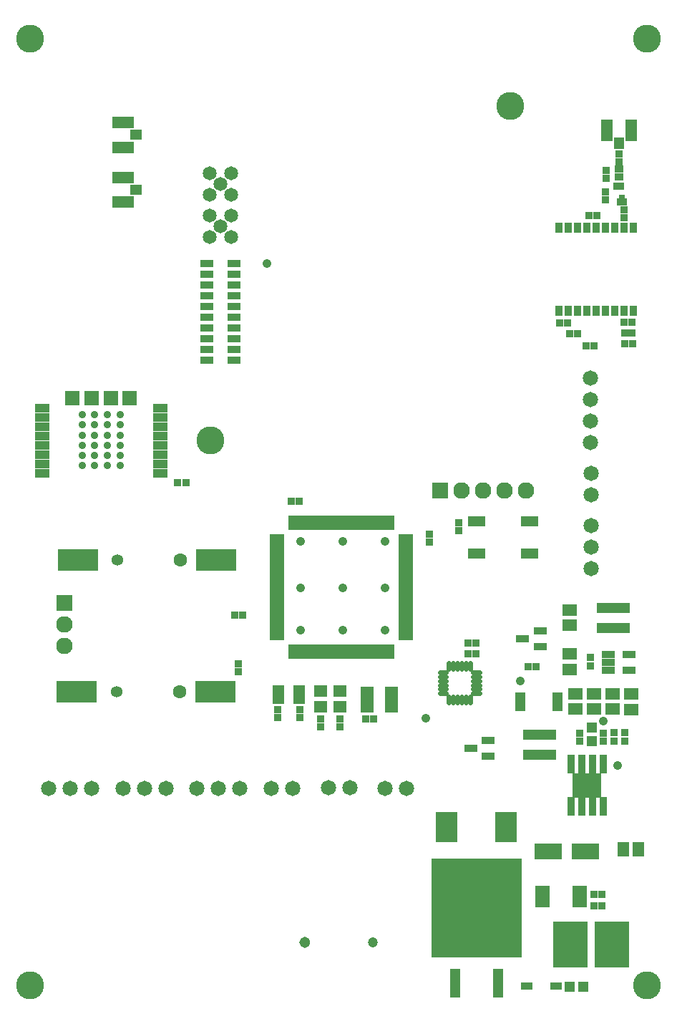
<source format=gbr>
G04 EAGLE Gerber RS-274X export*
G75*
%MOMM*%
%FSLAX34Y34*%
%LPD*%
%INSoldermask Top*%
%IPPOS*%
%AMOC8*
5,1,8,0,0,1.08239X$1,22.5*%
G01*
%ADD10C,3.304800*%
%ADD11R,2.004800X1.304800*%
%ADD12R,0.584800X1.793200*%
%ADD13R,1.793200X0.584800*%
%ADD14R,1.571534X0.845481*%
%ADD15R,1.575000X0.849669*%
%ADD16R,1.570631X0.850059*%
%ADD17R,1.575209X0.848509*%
%ADD18R,1.570925X0.846681*%
%ADD19R,1.573309X0.843969*%
%ADD20R,1.570572X0.846019*%
%ADD21R,1.574159X0.844100*%
%ADD22R,1.570606X0.843797*%
%ADD23R,1.574669X0.843188*%
%ADD24R,1.570925X0.841734*%
%ADD25R,1.576081X0.841650*%
%ADD26R,1.570881X0.840000*%
%ADD27R,1.573881X0.840841*%
%ADD28R,1.571856X0.841519*%
%ADD29R,1.574381X0.839281*%
%ADD30R,1.570541X0.834909*%
%ADD31R,1.574209X0.838309*%
%ADD32R,1.571409X0.838228*%
%ADD33R,1.576141X0.832881*%
%ADD34C,1.652800*%
%ADD35R,0.927300X0.902300*%
%ADD36R,0.902300X0.927300*%
%ADD37R,1.490200X3.020100*%
%ADD38R,0.859600X0.927300*%
%ADD39R,0.927300X0.859600*%
%ADD40R,1.704800X1.414800*%
%ADD41R,0.903900X2.273300*%
%ADD42R,3.404800X2.904800*%
%ADD43R,1.604800X1.404800*%
%ADD44R,1.404800X2.204800*%
%ADD45R,4.804800X2.604800*%
%ADD46C,1.604800*%
%ADD47C,1.354800*%
%ADD48R,1.464800X1.774800*%
%ADD49R,1.784800X1.404800*%
%ADD50R,1.254800X1.164600*%
%ADD51R,1.545000X0.893900*%
%ADD52R,4.004800X1.284800*%
%ADD53R,3.304800X1.904800*%
%ADD54R,1.804800X1.004800*%
%ADD55C,0.904800*%
%ADD56R,1.804800X1.804800*%
%ADD57R,1.603000X0.906300*%
%ADD58R,0.965200X1.181100*%
%ADD59R,0.844800X0.904800*%
%ADD60R,0.654800X0.554800*%
%ADD61R,0.554800X0.554800*%
%ADD62R,1.034800X0.814800*%
%ADD63R,1.304800X1.354800*%
%ADD64R,1.354800X2.504800*%
%ADD65R,1.700400X0.584800*%
%ADD66R,4.143300X5.417100*%
%ADD67R,1.174800X1.284800*%
%ADD68R,2.604800X3.604800*%
%ADD69R,1.294800X2.224800*%
%ADD70R,1.416000X0.905600*%
%ADD71C,0.574800*%
%ADD72R,1.354800X1.304800*%
%ADD73R,2.504800X1.354800*%
%ADD74R,1.295400X3.505200*%
%ADD75R,10.718800X11.760200*%
%ADD76R,1.574800X0.838200*%
%ADD77C,1.812800*%
%ADD78C,1.204800*%
%ADD79C,1.304800*%
%ADD80R,1.954800X1.954800*%
%ADD81C,1.954800*%
%ADD82C,1.061200*%


D10*
X253100Y684900D03*
X608200Y1080000D03*
X770000Y40000D03*
X40000Y40000D03*
X40000Y1160000D03*
X770000Y1160000D03*
D11*
X567900Y588942D03*
X567900Y550942D03*
X630900Y588942D03*
X630900Y550942D03*
D12*
X348000Y435096D03*
X353000Y435096D03*
X358000Y435096D03*
X363000Y435096D03*
X368000Y435096D03*
X373000Y435096D03*
X378000Y435096D03*
X383000Y435096D03*
X388000Y435096D03*
X393000Y435096D03*
X398000Y435096D03*
X403000Y435096D03*
X408000Y435096D03*
X413000Y435096D03*
X418000Y435096D03*
X423000Y435096D03*
X428000Y435096D03*
X433000Y435096D03*
X438000Y435096D03*
X443000Y435096D03*
X448000Y435096D03*
X453000Y435096D03*
X458000Y435096D03*
X463000Y435096D03*
X468000Y435096D03*
D13*
X484204Y451300D03*
X484204Y456300D03*
X484204Y461300D03*
X484204Y466300D03*
X484204Y471300D03*
X484204Y476300D03*
X484204Y481300D03*
X484204Y486300D03*
X484204Y491300D03*
X484204Y496300D03*
X484204Y501300D03*
X484204Y506300D03*
X484204Y511300D03*
X484204Y516300D03*
X484204Y521300D03*
X484204Y526300D03*
X484204Y531300D03*
X484204Y536300D03*
X484204Y541300D03*
X484204Y546300D03*
X484204Y551300D03*
X484204Y556300D03*
X484204Y561300D03*
X484204Y566300D03*
X484204Y571300D03*
D12*
X468000Y587504D03*
X463000Y587504D03*
X458000Y587504D03*
X453000Y587504D03*
X448000Y587504D03*
X443000Y587504D03*
X438000Y587504D03*
X433000Y587504D03*
X428000Y587504D03*
X423000Y587504D03*
X418000Y587504D03*
X413000Y587504D03*
X408000Y587504D03*
X403000Y587504D03*
X398000Y587504D03*
X393000Y587504D03*
X388000Y587504D03*
X383000Y587504D03*
X378000Y587504D03*
X373000Y587504D03*
X368000Y587504D03*
X363000Y587504D03*
X358000Y587504D03*
X353000Y587504D03*
X348000Y587504D03*
D13*
X331796Y571300D03*
X331796Y566300D03*
X331796Y561300D03*
X331796Y556300D03*
X331796Y551300D03*
X331796Y546300D03*
X331796Y541300D03*
X331796Y536300D03*
X331796Y531300D03*
X331796Y526300D03*
X331796Y521300D03*
X331796Y516300D03*
X331796Y511300D03*
X331796Y506300D03*
X331796Y501300D03*
X331796Y496300D03*
X331796Y491300D03*
X331796Y486300D03*
X331796Y481300D03*
X331796Y476300D03*
X331796Y471300D03*
X331796Y466300D03*
X331796Y461300D03*
X331796Y456300D03*
X331796Y451300D03*
D14*
X281132Y894067D03*
D15*
X248855Y894088D03*
D16*
X281137Y881390D03*
D17*
X248854Y881383D03*
D18*
X281135Y868673D03*
D19*
X248863Y868660D03*
D20*
X281137Y855970D03*
D21*
X248859Y855960D03*
D22*
X281137Y843259D03*
D23*
X248857Y843256D03*
D24*
X281135Y830549D03*
D25*
X248850Y830548D03*
D26*
X281136Y817840D03*
D27*
X248861Y817844D03*
D28*
X281131Y805148D03*
D29*
X248858Y805136D03*
D30*
X281137Y792415D03*
D31*
X248859Y792432D03*
D32*
X281133Y779731D03*
D33*
X248849Y779704D03*
D34*
X265000Y937500D03*
X277700Y950200D03*
X252300Y950200D03*
X277700Y924800D03*
X252300Y924800D03*
X265000Y987500D03*
X277700Y1000200D03*
X252300Y1000200D03*
X277700Y974800D03*
X252300Y974800D03*
D35*
X546826Y587307D03*
X546826Y578057D03*
D36*
X436725Y355166D03*
X445975Y355166D03*
D37*
X438384Y378052D03*
X467684Y378052D03*
D35*
X512100Y564275D03*
X512100Y573525D03*
D36*
X358311Y612860D03*
X349061Y612860D03*
D35*
X406834Y355289D03*
X406834Y346039D03*
X383964Y355289D03*
X383964Y346039D03*
X358764Y365989D03*
X358764Y356739D03*
X333164Y365989D03*
X333164Y356739D03*
D38*
X281876Y478447D03*
X291552Y478447D03*
D35*
X286200Y411075D03*
X286200Y420325D03*
D39*
X703000Y427838D03*
X703000Y418162D03*
D40*
X678000Y432096D03*
X678000Y413904D03*
X678000Y484096D03*
X678000Y465904D03*
D41*
X679950Y252266D03*
X692650Y252266D03*
X705350Y252266D03*
X718050Y252266D03*
X718050Y301734D03*
X705350Y301734D03*
X692650Y301734D03*
X679950Y301734D03*
D42*
X699000Y277000D03*
D43*
X383500Y370000D03*
X406500Y370000D03*
X406500Y388000D03*
X383500Y388000D03*
D44*
X333500Y384000D03*
X358500Y384000D03*
D45*
X259350Y387700D03*
X95350Y387700D03*
D46*
X216850Y387700D03*
D47*
X142350Y387700D03*
D48*
X759250Y201100D03*
X741750Y201100D03*
D49*
X685000Y385130D03*
X685000Y366870D03*
X750800Y384830D03*
X750800Y366570D03*
D35*
X690000Y329375D03*
X690000Y338625D03*
D39*
X730800Y329262D03*
X730800Y338938D03*
X743400Y338938D03*
X743400Y329262D03*
X718400Y338638D03*
X718400Y328962D03*
D50*
X704200Y329049D03*
X704200Y344951D03*
D36*
X638625Y417000D03*
X629375Y417000D03*
D51*
X643556Y440500D03*
X643556Y459500D03*
X622444Y450000D03*
D52*
X643000Y313050D03*
X643000Y336750D03*
D53*
X653300Y198900D03*
X697300Y198900D03*
D52*
X730000Y463150D03*
X730000Y486850D03*
D54*
X54000Y723000D03*
X54000Y712000D03*
X54000Y701000D03*
X54000Y690000D03*
X54000Y679000D03*
X54000Y668000D03*
X54000Y657000D03*
X54000Y646000D03*
X194000Y646000D03*
X194000Y657000D03*
X194000Y668000D03*
X194000Y679000D03*
X194000Y690000D03*
X194000Y701000D03*
X194000Y712000D03*
X194000Y723000D03*
D55*
X101500Y655000D03*
X116500Y655000D03*
X131500Y655000D03*
X146500Y655000D03*
X101500Y667000D03*
X116500Y667000D03*
X131500Y667000D03*
X146500Y667000D03*
X101500Y679000D03*
X116500Y679000D03*
X131500Y679000D03*
X146500Y679000D03*
X101500Y691000D03*
X116500Y691000D03*
X131500Y691000D03*
X146500Y691000D03*
X101500Y703000D03*
X101500Y715000D03*
X116500Y715000D03*
X116500Y703000D03*
X131500Y703000D03*
X131500Y715000D03*
X146500Y715000D03*
X146500Y703000D03*
D56*
X90300Y735000D03*
X112800Y735000D03*
X135300Y735000D03*
X157800Y735000D03*
D38*
X214462Y635000D03*
X224138Y635000D03*
D57*
X582166Y311200D03*
X582166Y330200D03*
X561634Y320700D03*
D58*
X666000Y837788D03*
X677000Y837788D03*
X688000Y837788D03*
X699000Y837788D03*
X710000Y837788D03*
X721000Y837788D03*
X732000Y837788D03*
X743000Y837788D03*
X754000Y837788D03*
X754000Y936213D03*
X743000Y936213D03*
X732000Y936213D03*
X721000Y936213D03*
X710000Y936213D03*
X699000Y936213D03*
X688000Y936213D03*
X677000Y936213D03*
X666000Y936213D03*
D59*
X743280Y811600D03*
X751920Y811600D03*
D36*
X752625Y799100D03*
X743375Y799100D03*
X743075Y824000D03*
X752325Y824000D03*
X678175Y810900D03*
X687425Y810900D03*
X666675Y823500D03*
X675925Y823500D03*
X697875Y796100D03*
X707125Y796100D03*
X701175Y950200D03*
X710425Y950200D03*
D35*
X742900Y947675D03*
X742900Y956925D03*
D60*
X740400Y972600D03*
X737900Y968600D03*
X742900Y968600D03*
X737900Y964600D03*
X742900Y964600D03*
D61*
X732500Y983300D03*
X736500Y983300D03*
X740500Y983300D03*
X740500Y987300D03*
X736500Y987300D03*
X732500Y987300D03*
D62*
X736500Y996600D03*
X736500Y1005800D03*
D35*
X736400Y1014275D03*
X736400Y1023525D03*
X721000Y978725D03*
X721000Y969475D03*
D39*
X721400Y1004038D03*
X721400Y994362D03*
D63*
X736700Y1035850D03*
D64*
X721950Y1051100D03*
X751450Y1051100D03*
D45*
X260350Y543700D03*
X96350Y543700D03*
D46*
X217850Y543700D03*
D47*
X143350Y543700D03*
D65*
X646127Y155600D03*
X646127Y150600D03*
X646127Y145600D03*
X646127Y140600D03*
X646127Y135600D03*
X689873Y135600D03*
X689873Y140600D03*
X689873Y145600D03*
X689873Y150600D03*
X689873Y155600D03*
D66*
X679115Y88800D03*
X728155Y88800D03*
D38*
X707162Y147600D03*
X716838Y147600D03*
X707162Y134600D03*
X716838Y134600D03*
D67*
X678700Y39000D03*
X694300Y39000D03*
D68*
X532900Y227700D03*
X602900Y227700D03*
D69*
X619900Y376000D03*
X664100Y376000D03*
D70*
X627450Y39400D03*
X661950Y39400D03*
D36*
X558375Y445000D03*
X567625Y445000D03*
D71*
X535500Y381604D02*
X535500Y374704D01*
X540500Y374704D02*
X540500Y381604D01*
X545500Y381604D02*
X545500Y374704D01*
X550500Y374704D02*
X550500Y381604D01*
X555500Y381604D02*
X555500Y374704D01*
X560500Y374704D02*
X560500Y381604D01*
X564396Y385500D02*
X571296Y385500D01*
X571296Y390500D02*
X564396Y390500D01*
X564396Y395500D02*
X571296Y395500D01*
X571296Y400500D02*
X564396Y400500D01*
X564396Y405500D02*
X571296Y405500D01*
X571296Y410500D02*
X564396Y410500D01*
X560500Y414396D02*
X560500Y421296D01*
X555500Y421296D02*
X555500Y414396D01*
X550500Y414396D02*
X550500Y421296D01*
X545500Y421296D02*
X545500Y414396D01*
X540500Y414396D02*
X540500Y421296D01*
X535500Y421296D02*
X535500Y414396D01*
X531604Y410500D02*
X524704Y410500D01*
X524704Y405500D02*
X531604Y405500D01*
X531604Y400500D02*
X524704Y400500D01*
X524704Y395500D02*
X531604Y395500D01*
X531604Y390500D02*
X524704Y390500D01*
X524704Y385500D02*
X531604Y385500D01*
D36*
X558375Y432000D03*
X567625Y432000D03*
D72*
X165250Y981000D03*
D73*
X150000Y966250D03*
X150000Y995750D03*
D72*
X165250Y1046000D03*
D73*
X150000Y1031250D03*
X150000Y1060750D03*
D74*
X542700Y43227D03*
D75*
X568100Y131492D03*
D74*
X593500Y43227D03*
D76*
X723808Y431398D03*
X723808Y422000D03*
X723808Y412602D03*
X748192Y412602D03*
X748192Y431398D03*
D77*
X459600Y273300D03*
X485000Y273300D03*
X325300Y273500D03*
X350700Y273500D03*
X237600Y273500D03*
X263000Y273500D03*
X288400Y273500D03*
X149600Y273500D03*
X175000Y273500D03*
X200400Y273500D03*
X61600Y273500D03*
X87000Y273500D03*
X112400Y273500D03*
X703000Y758100D03*
X703000Y732700D03*
X703000Y707300D03*
X703000Y681900D03*
D78*
X445200Y91200D03*
D79*
X365200Y91200D03*
D77*
X392600Y273800D03*
X418000Y273800D03*
D80*
X524700Y625200D03*
D81*
X550100Y625200D03*
X575500Y625200D03*
X600900Y625200D03*
X626300Y625200D03*
D77*
X703600Y645900D03*
X703600Y620500D03*
X703500Y584200D03*
X703500Y558800D03*
X703500Y533400D03*
D80*
X81000Y492400D03*
D81*
X81000Y467000D03*
X81000Y441600D03*
D49*
X707000Y385130D03*
X707000Y366870D03*
X729000Y385130D03*
X729000Y366870D03*
D82*
X360000Y565000D03*
X410000Y565000D03*
X460000Y565000D03*
X360000Y510000D03*
X360000Y460000D03*
X410000Y510000D03*
X460000Y510000D03*
X460000Y460000D03*
X410000Y460000D03*
X507900Y356000D03*
X620000Y400200D03*
X319900Y893600D03*
X734800Y300600D03*
X718500Y352400D03*
M02*

</source>
